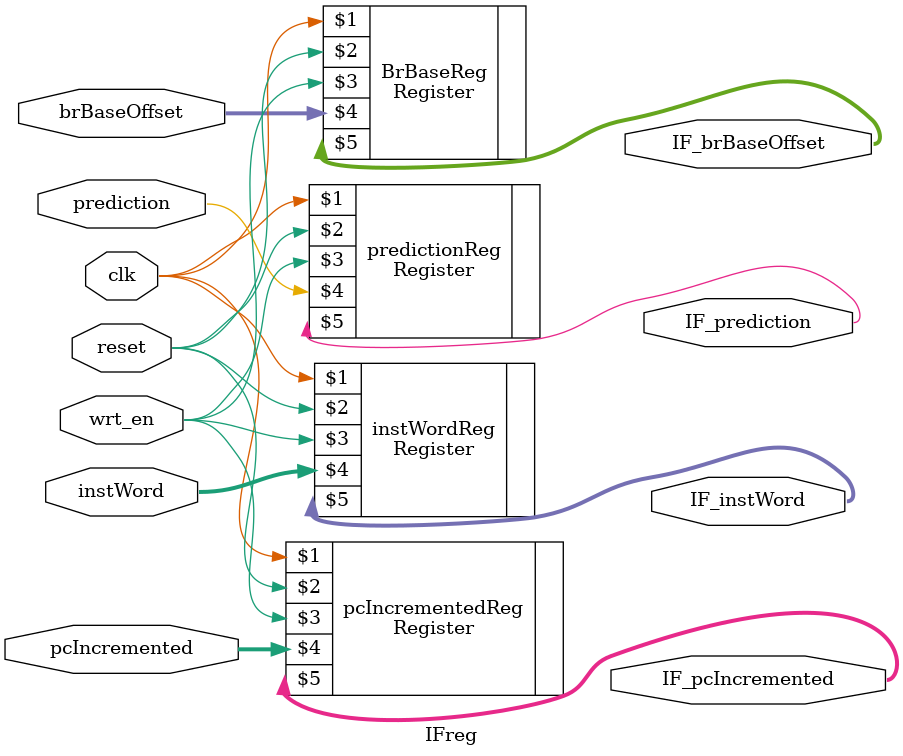
<source format=v>
module IFreg(wrt_en, reset, clk, brBaseOffset, pcIncremented, instWord, prediction,
				 IF_brBaseOffset, IF_pcIncremented, IF_instWord, IF_prediction);
	parameter DBITS = 32;
	
	input prediction, wrt_en, clk, reset;
	input [DBITS-1:0] brBaseOffset, pcIncremented, instWord;
	output [DBITS-1:0] IF_brBaseOffset, IF_pcIncremented, IF_instWord;
	output IF_prediction;
	
	Register #(DBITS, 0) BrBaseReg(clk, reset, wrt_en, brBaseOffset, IF_brBaseOffset);
	Register #(DBITS, 0) pcIncrementedReg(clk, reset, wrt_en, pcIncremented, IF_pcIncremented);
	Register #(DBITS, 0) instWordReg(clk, reset, wrt_en, instWord, IF_instWord);
	Register #(1, 0) predictionReg(clk, reset, wrt_en, prediction, IF_prediction);
endmodule

</source>
